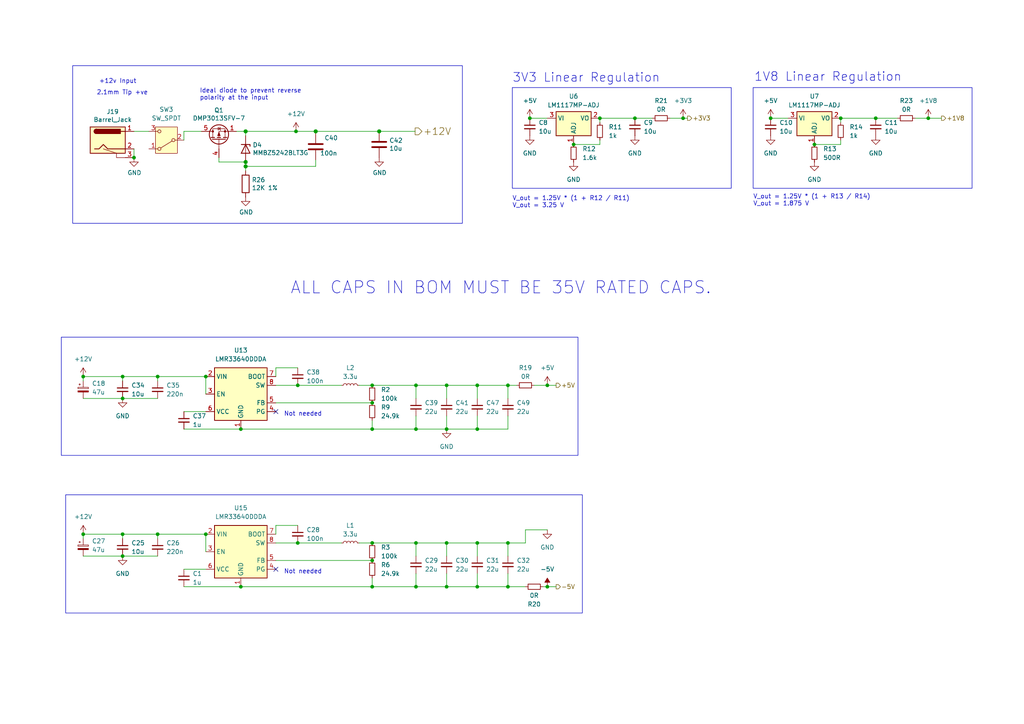
<source format=kicad_sch>
(kicad_sch (version 20231120) (generator "eeschema") (generator_version "8.0")
  (paper "A4")
  (title_block (title "Compute Module 4 IO Board - PSUs") (company "© 2020-2022 Raspberry Pi Ltd (formerly Raspberry Pi (Trading) Ltd.)") (comment 1 "www.raspberrypi.com"))
  (lib_symbols
    (symbol "CM4IO:Barrel_Jack"
      (property "Reference" "J" (at 0 5.334 0))
      (property "Value" "Barrel_Jack" (at 0 -5.08 0))
      (symbol "Barrel_Jack_0_1"
        (rectangle (start -5.08 3.81) (end 5.08 -3.81) (stroke (width 0.254)) (fill (type background)))
        (arc (start -3.302 3.175) (mid -3.9342 2.54) (end -3.302 1.905) (stroke (width 0.254)))
        (arc (start -3.302 3.175) (mid -3.9342 2.54) (end -3.302 1.905) (stroke (width 0.254)) (fill (type outline)))
        (polyline (pts (xy 5.08 2.54) (xy 3.81 2.54)) (stroke (width 0.254)))
        (polyline (pts (xy 5.08 -5.08) (xy 2.54 -5.08) (xy 2.54 -3.81) (xy -1.27 -2.54)))
        (polyline (pts (xy -3.81 -2.54) (xy -2.54 -2.54) (xy -1.27 -1.27) (xy 0 -2.54) (xy 2.54 -2.54) (xy 5.08 -2.54)) (stroke (width 0.254)))
        (rectangle (start 3.683 3.175) (end -3.302 1.905) (stroke (width 0.254)) (fill (type outline)))
      )
      (symbol "Barrel_Jack_1_1"
        (pin passive line (at 7.62 2.54 180) (length 2.54) (name "~") (number "1"))
        (pin passive line (at 7.62 -2.54 180) (length 2.54) (name "~") (number "2"))
        (pin passive line (at 7.62 -5.08 180) (length 2.54) (name "~") (number "3"))
      )
    )
    (symbol "Device:C" (pin_numbers hide) (pin_names (offset 0.254))
      (property "Reference" "C" (at 0.635 2.54 0))
      (property "Value" "C" (at 0.635 -2.54 0))
      (symbol "C_0_1"
        (polyline (pts (xy -2.032 -0.762) (xy 2.032 -0.762)) (stroke (width 0.508)))
        (polyline (pts (xy -2.032 0.762) (xy 2.032 0.762)) (stroke (width 0.508)))
      )
      (symbol "C_1_1"
        (pin passive line (at 0 3.81 270) (length 2.794) (name "~") (number "1"))
        (pin passive line (at 0 -3.81 90) (length 2.794) (name "~") (number "2"))
      )
    )
    (symbol "Device:C_Polarized_Small" (pin_numbers hide) (pin_names (offset 0.254) hide)
      (property "Reference" "C" (at 0.254 1.778 0))
      (property "Value" "C_Polarized_Small" (at 0.254 -2.032 0))
      (symbol "C_Polarized_Small_0_1"
        (rectangle (start -1.524 -0.3048) (end 1.524 -0.6858) (fill (type outline)))
        (rectangle (start -1.524 0.6858) (end 1.524 0.3048))
        (polyline (pts (xy -1.27 1.524) (xy -0.762 1.524)))
        (polyline (pts (xy -1.016 1.27) (xy -1.016 1.778)))
      )
      (symbol "C_Polarized_Small_1_1"
        (pin passive line (at 0 2.54 270) (length 1.8542) (name "~") (number "1"))
        (pin passive line (at 0 -2.54 90) (length 1.8542) (name "~") (number "2"))
      )
    )
    (symbol "Device:C_Small" (pin_numbers hide) (pin_names (offset 0.254) hide)
      (property "Reference" "C" (at 0.254 1.778 0))
      (property "Value" "C_Small" (at 0.254 -2.032 0))
      (symbol "C_Small_0_1"
        (polyline (pts (xy -1.524 -0.508) (xy 1.524 -0.508)) (stroke (width 0.3302)))
        (polyline (pts (xy -1.524 0.508) (xy 1.524 0.508)) (stroke (width 0.3048)))
      )
      (symbol "C_Small_1_1"
        (pin passive line (at 0 2.54 270) (length 2.032) (name "~") (number "1"))
        (pin passive line (at 0 -2.54 90) (length 2.032) (name "~") (number "2"))
      )
    )
    (symbol "Device:L_Small" (pin_numbers hide) (pin_names (offset 0.254) hide)
      (property "Reference" "L" (at 0.762 1.016 0))
      (property "Value" "L_Small" (at 0.762 -1.016 0))
      (symbol "L_Small_0_1"
        (arc (start 0 -2.032) (mid 0.5058 -1.524) (end 0 -1.016))
        (arc (start 0 -1.016) (mid 0.5058 -0.508) (end 0 0))
        (arc (start 0 0) (mid 0.5058 0.508) (end 0 1.016))
        (arc (start 0 1.016) (mid 0.5058 1.524) (end 0 2.032))
      )
      (symbol "L_Small_1_1"
        (pin passive line (at 0 2.54 270) (length 0.508) (name "~") (number "1"))
        (pin passive line (at 0 -2.54 90) (length 0.508) (name "~") (number "2"))
      )
    )
    (symbol "Device:R" (pin_numbers hide) (pin_names (offset 0))
      (property "Reference" "R" (at 2.032 0 90))
      (property "Value" "R" (at 0 0 90))
      (symbol "R_0_1"
        (rectangle (start -1.016 -2.54) (end 1.016 2.54) (stroke (width 0.254)))
      )
      (symbol "R_1_1"
        (pin passive line (at 0 3.81 270) (length 1.27) (name "~") (number "1"))
        (pin passive line (at 0 -3.81 90) (length 1.27) (name "~") (number "2"))
      )
    )
    (symbol "Device:R_Small" (pin_numbers hide) (pin_names (offset 0.254) hide)
      (property "Reference" "R" (at 0.762 0.508 0))
      (property "Value" "R_Small" (at 0.762 -1.016 0))
      (symbol "R_Small_0_1"
        (rectangle (start -0.762 1.778) (end 0.762 -1.778) (stroke (width 0.2032)))
      )
      (symbol "R_Small_1_1"
        (pin passive line (at 0 2.54 270) (length 0.762) (name "~") (number "1"))
        (pin passive line (at 0 -2.54 90) (length 0.762) (name "~") (number "2"))
      )
    )
    (symbol "Diode:BZX84Cxx" (pin_numbers hide) (pin_names hide)
      (property "Reference" "D" (at 0 3.81 0))
      (property "Value" "BZX84Cxx" (at 0 -3.81 0))
      (symbol "BZX84Cxx_0_1"
        (polyline (pts (xy 1.27 0) (xy -1.27 0)))
        (polyline (pts (xy -1.27 -1.27) (xy -1.27 1.27) (xy -0.762 1.27)) (stroke (width 0.254)))
        (polyline (pts (xy 1.27 -1.27) (xy 1.27 1.27) (xy -1.27 0) (xy 1.27 -1.27)) (stroke (width 0.254)))
      )
      (symbol "BZX84Cxx_1_1"
        (pin passive line (at 3.81 0 180) (length 2.54) (name "A") (number "1"))
        (pin no_connect line (at 1.27 0 180) (length 2.54) hide (name "NC") (number "2"))
        (pin passive line (at -3.81 0 0) (length 2.54) (name "K") (number "3"))
      )
    )
    (symbol "Regulator_Linear:LM1117MP-ADJ"
      (property "Reference" "U" (at -3.81 3.175 0))
      (property "Value" "LM1117MP-ADJ" (at 0 3.175 0))
      (symbol "LM1117MP-ADJ_0_1"
        (rectangle (start -5.08 -5.08) (end 5.08 1.905) (stroke (width 0.254)) (fill (type background)))
      )
      (symbol "LM1117MP-ADJ_1_1"
        (pin input line (at 0 -7.62 90) (length 2.54) (name "ADJ") (number "1"))
        (pin power_out line (at 7.62 0 180) (length 2.54) (name "VO") (number "2"))
        (pin power_in line (at -7.62 0 0) (length 2.54) (name "VI") (number "3"))
      )
    )
    (symbol "Regulator_Switching:LMR33640DDDA"
      (property "Reference" "U" (at 0 11.43 0))
      (property "Value" "LMR33640DDDA" (at 0 8.89 0))
      (symbol "LMR33640DDDA_0_1"
        (rectangle (start -7.62 7.62) (end 7.62 -7.62) (stroke (width 0.254)) (fill (type background)))
      )
      (symbol "LMR33640DDDA_1_1"
        (pin power_in line (at 0 -10.16 90) (length 2.54) (name "GND") (number "1"))
        (pin power_in line (at -10.16 5.08 0) (length 2.54) (name "VIN") (number "2"))
        (pin input line (at -10.16 0 0) (length 2.54) (name "EN") (number "3"))
        (pin open_collector line (at 10.16 -5.08 180) (length 2.54) (name "PG") (number "4"))
        (pin input line (at 10.16 -2.54 180) (length 2.54) (name "FB") (number "5"))
        (pin power_out line (at -10.16 -5.08 0) (length 2.54) (name "VCC") (number "6"))
        (pin input line (at 10.16 5.08 180) (length 2.54) (name "BOOT") (number "7"))
        (pin output line (at 10.16 2.54 180) (length 2.54) (name "SW") (number "8"))
        (pin passive line (at 0 -10.16 90) (length 2.54) hide (name "GND") (number "9"))
      )
    )
    (symbol "Switch:SW_SPDT" (pin_names (offset 0) hide)
      (property "Reference" "SW" (at 0 5.08 0))
      (property "Value" "SW_SPDT" (at 0 -5.08 0))
      (symbol "SW_SPDT_0_1"
        (circle (center -2.032 0) (radius 0.4572))
        (polyline (pts (xy -1.651 0.254) (xy 1.651 2.286)))
        (circle (center 2.032 -2.54) (radius 0.4572))
        (circle (center 2.032 2.54) (radius 0.4572))
      )
      (symbol "SW_SPDT_1_1"
        (rectangle (start -3.175 3.81) (end 3.175 -3.81) (fill (type background)))
        (pin passive line (at 5.08 2.54 180) (length 2.54) (name "A") (number "1"))
        (pin passive line (at -5.08 0 0) (length 2.54) (name "B") (number "2"))
        (pin passive line (at 5.08 -2.54 180) (length 2.54) (name "C") (number "3"))
      )
    )
    (symbol "Transistor_FET:DMP3013SFV" (pin_names hide)
      (property "Reference" "Q" (at 5.08 1.905 0))
      (property "Value" "DMP3013SFV" (at 5.08 0 0))
      (symbol "DMP3013SFV_0_1"
        (polyline (pts (xy 0.254 0) (xy -2.54 0)))
        (polyline (pts (xy 0.254 1.905) (xy 0.254 -1.905)) (stroke (width 0.254)))
        (polyline (pts (xy 0.762 -1.27) (xy 0.762 -2.286)) (stroke (width 0.254)))
        (polyline (pts (xy 0.762 0.508) (xy 0.762 -0.508)) (stroke (width 0.254)))
        (polyline (pts (xy 0.762 2.286) (xy 0.762 1.27)) (stroke (width 0.254)))
        (polyline (pts (xy 2.54 2.54) (xy 2.54 1.778)))
        (polyline (pts (xy 2.54 -2.54) (xy 2.54 0) (xy 0.762 0)))
        (polyline (pts (xy 0.762 1.778) (xy 3.302 1.778) (xy 3.302 -1.778) (xy 0.762 -1.778)))
        (polyline (pts (xy 2.286 0) (xy 1.27 0.381) (xy 1.27 -0.381) (xy 2.286 0)) (fill (type outline)))
        (polyline (pts (xy 2.794 -0.508) (xy 2.921 -0.381) (xy 3.683 -0.381) (xy 3.81 -0.254)))
        (polyline (pts (xy 3.302 -0.381) (xy 2.921 0.254) (xy 3.683 0.254) (xy 3.302 -0.381)))
        (circle (center 1.651 0) (radius 2.794) (stroke (width 0.254)))
        (circle (center 2.54 -1.778) (radius 0.254) (fill (type outline)))
        (circle (center 2.54 1.778) (radius 0.254) (fill (type outline)))
      )
      (symbol "DMP3013SFV_1_1"
        (pin passive line (at 2.54 -5.08 90) (length 2.54) (name "S") (number "1"))
        (pin passive line (at 2.54 -5.08 90) (length 2.54) hide (name "S") (number "2"))
        (pin passive line (at 2.54 -5.08 90) (length 2.54) hide (name "S") (number "3"))
        (pin passive line (at -5.08 0 0) (length 2.54) (name "G") (number "4"))
        (pin passive line (at 2.54 5.08 270) (length 2.54) (name "D") (number "5"))
      )
    )
    (symbol "power:+12V" (power) (pin_numbers hide) (pin_names (offset 0) hide)
      (property "Value" "+12V" (at 0 3.556 0))
      (symbol "+12V_0_1"
        (polyline (pts (xy -0.762 1.27) (xy 0 2.54)))
        (polyline (pts (xy 0 0) (xy 0 2.54)))
        (polyline (pts (xy 0 2.54) (xy 0.762 1.27)))
      )
      (symbol "+12V_1_1"
        (pin power_in line (at 0 0 90) (length 0) (name "~") (number "1"))
      )
    )
    (symbol "power:+1V8" (power) (pin_numbers hide) (pin_names (offset 0) hide)
      (property "Value" "+1V8" (at 0 3.556 0))
      (symbol "+1V8_0_1"
        (polyline (pts (xy -0.762 1.27) (xy 0 2.54)))
        (polyline (pts (xy 0 0) (xy 0 2.54)))
        (polyline (pts (xy 0 2.54) (xy 0.762 1.27)))
      )
      (symbol "+1V8_1_1"
        (pin power_in line (at 0 0 90) (length 0) (name "~") (number "1"))
      )
    )
    (symbol "power:+3V3" (power) (pin_numbers hide) (pin_names (offset 0) hide)
      (property "Value" "+3V3" (at 0 3.556 0))
      (symbol "+3V3_0_1"
        (polyline (pts (xy -0.762 1.27) (xy 0 2.54)))
        (polyline (pts (xy 0 0) (xy 0 2.54)))
        (polyline (pts (xy 0 2.54) (xy 0.762 1.27)))
      )
      (symbol "+3V3_1_1"
        (pin power_in line (at 0 0 90) (length 0) (name "~") (number "1"))
      )
    )
    (symbol "power:+5V" (power) (pin_numbers hide) (pin_names (offset 0) hide)
      (property "Value" "+5V" (at 0 3.556 0))
      (symbol "+5V_0_1"
        (polyline (pts (xy -0.762 1.27) (xy 0 2.54)))
        (polyline (pts (xy 0 0) (xy 0 2.54)))
        (polyline (pts (xy 0 2.54) (xy 0.762 1.27)))
      )
      (symbol "+5V_1_1"
        (pin power_in line (at 0 0 90) (length 0) (name "~") (number "1"))
      )
    )
    (symbol "power:-5V" (power) (pin_numbers hide) (pin_names (offset 0) hide)
      (property "Value" "-5V" (at 0 3.556 0))
      (symbol "-5V_0_0"
        (pin power_in line (at 0 0 90) (length 0) (name "~") (number "1"))
      )
      (symbol "-5V_0_1"
        (polyline (pts (xy 0 0) (xy 0 1.27) (xy 0.762 1.27) (xy 0 2.54) (xy -0.762 1.27) (xy 0 1.27)) (fill (type outline)))
      )
    )
    (symbol "power:GND" (power) (pin_numbers hide) (pin_names (offset 0) hide)
      (property "Value" "GND" (at 0 -3.81 0))
      (symbol "GND_0_1"
        (polyline (pts (xy 0 0) (xy 0 -1.27) (xy 1.27 -1.27) (xy 0 -2.54) (xy -1.27 -1.27) (xy 0 -1.27)))
      )
      (symbol "GND_1_1"
        (pin power_in line (at 0 0 270) (length 0) (name "~") (number "1"))
      )
    )
  )
  (junction (at 59.69 109.22))
  (junction (at 35.56 154.94))
  (junction (at 166.37 41.91))
  (junction (at 120.65 124.46))
  (junction (at 35.56 161.29))
  (junction (at 120.65 157.48))
  (junction (at 91.567 38.1) (diameter 1.016))
  (junction (at 138.43 157.48))
  (junction (at 254 34.29))
  (junction (at 71.247 46.99) (diameter 1.016))
  (junction (at 109.982 38.1) (diameter 1.016))
  (junction (at 184.15 34.29))
  (junction (at 45.72 109.22))
  (junction (at 71.247 38.1) (diameter 1.016))
  (junction (at 24.13 109.22))
  (junction (at 223.52 34.29))
  (junction (at 173.99 34.29))
  (junction (at 138.43 170.18))
  (junction (at 69.85 170.18))
  (junction (at 138.43 111.76))
  (junction (at 138.43 124.46))
  (junction (at 107.95 116.84))
  (junction (at 198.12 34.29))
  (junction (at 107.95 162.56))
  (junction (at 129.54 124.46))
  (junction (at 35.56 115.57))
  (junction (at 86.36 157.48))
  (junction (at 147.32 111.76))
  (junction (at 38.862 45.72))
  (junction (at 120.65 170.18))
  (junction (at 107.95 111.76))
  (junction (at 129.54 111.76))
  (junction (at 107.95 157.48))
  (junction (at 107.95 170.18))
  (junction (at 153.67 34.29))
  (junction (at 236.22 41.91))
  (junction (at 243.84 34.29))
  (junction (at 107.95 124.46))
  (junction (at 69.85 124.46))
  (junction (at 85.852 38.1))
  (junction (at 158.75 170.18))
  (junction (at 59.69 154.94))
  (junction (at 45.72 154.94))
  (junction (at 24.13 154.94))
  (junction (at 86.36 111.76))
  (junction (at 158.75 111.76))
  (junction (at 269.24 34.29))
  (junction (at 129.54 170.18))
  (junction (at 129.54 157.48))
  (junction (at 71.247 48.26) (diameter 1.016))
  (junction (at 147.32 157.48))
  (junction (at 120.65 111.76))
  (junction (at 35.56 109.22))
  (junction (at 147.32 170.18))
  (no_connect (at 80.01 119.38))
  (no_connect (at 80.01 165.1))
  (wire (pts (xy 138.43 124.46) (xy 147.32 124.46)))
  (wire (pts (xy 120.65 166.37) (xy 120.65 170.18)))
  (wire (pts (xy 154.94 111.76) (xy 158.75 111.76)))
  (wire (pts (xy 243.84 35.56) (xy 243.84 34.29)))
  (wire (pts (xy 35.56 109.22) (xy 45.72 109.22)))
  (wire (pts (xy 86.36 111.76) (xy 99.06 111.76)))
  (wire (pts (xy 120.65 157.48) (xy 107.95 157.48)))
  (wire (pts (xy 120.65 170.18) (xy 129.54 170.18)))
  (wire (pts (xy 129.54 157.48) (xy 120.65 157.48)))
  (wire (pts (xy 147.32 120.65) (xy 147.32 124.46)))
  (wire (pts (xy 184.15 34.29) (xy 189.23 34.29)))
  (wire (pts (xy 129.54 120.65) (xy 129.54 124.46)))
  (wire (pts (xy 80.01 152.4) (xy 86.36 152.4)))
  (wire (pts (xy 138.43 111.76) (xy 129.54 111.76)))
  (wire (pts (xy 71.247 38.1) (xy 85.852 38.1)))
  (wire (pts (xy 120.65 124.46) (xy 129.54 124.46)))
  (wire (pts (xy 80.01 162.56) (xy 107.95 162.56)))
  (wire (pts (xy 129.54 157.48) (xy 129.54 161.29)))
  (wire (pts (xy 85.852 38.1) (xy 91.567 38.1)))
  (wire (pts (xy 158.75 170.18) (xy 161.29 170.18)))
  (wire (pts (xy 53.34 165.1) (xy 59.69 165.1)))
  (wire (pts (xy 24.13 109.22) (xy 35.56 109.22)))
  (wire (pts (xy 194.31 34.29) (xy 198.12 34.29)))
  (wire (pts (xy 45.72 109.22) (xy 59.69 109.22)))
  (wire (pts (xy 104.14 111.76) (xy 107.95 111.76)))
  (wire (pts (xy 59.69 154.94) (xy 59.69 160.02)))
  (wire (pts (xy 24.13 110.49) (xy 24.13 109.22)))
  (wire (pts (xy 109.982 38.1) (xy 120.396 38.1)))
  (wire (pts (xy 59.69 109.22) (xy 59.69 114.3)))
  (wire (pts (xy 152.4 157.48) (xy 147.32 157.48)))
  (wire (pts (xy 53.34 38.1) (xy 58.42 38.1)))
  (wire (pts (xy 107.95 170.18) (xy 120.65 170.18)))
  (wire (pts (xy 120.65 111.76) (xy 107.95 111.76)))
  (wire (pts (xy 91.567 38.1) (xy 109.982 38.1)))
  (wire (pts (xy 158.75 111.76) (xy 161.29 111.76)))
  (wire (pts (xy 152.4 153.67) (xy 152.4 157.48)))
  (wire (pts (xy 173.99 41.91) (xy 166.37 41.91)))
  (wire (pts (xy 269.24 34.29) (xy 273.05 34.29)))
  (wire (pts (xy 53.34 170.18) (xy 69.85 170.18)))
  (wire (pts (xy 138.43 111.76) (xy 138.43 115.57)))
  (wire (pts (xy 157.48 170.18) (xy 158.75 170.18)))
  (wire (pts (xy 53.34 119.38) (xy 59.69 119.38)))
  (wire (pts (xy 129.54 111.76) (xy 129.54 115.57)))
  (wire (pts (xy 24.13 161.29) (xy 35.56 161.29)))
  (wire (pts (xy 71.247 48.26) (xy 91.567 48.26)))
  (wire (pts (xy 45.72 154.94) (xy 45.72 156.21)))
  (wire (pts (xy 184.15 34.29) (xy 173.99 34.29)))
  (wire (pts (xy 120.65 111.76) (xy 120.65 115.57)))
  (wire (pts (xy 129.54 124.46) (xy 138.43 124.46)))
  (wire (pts (xy 147.32 166.37) (xy 147.32 170.18)))
  (wire (pts (xy 35.56 154.94) (xy 35.56 156.21)))
  (wire (pts (xy 129.54 170.18) (xy 138.43 170.18)))
  (wire (pts (xy 254 34.29) (xy 260.35 34.29)))
  (wire (pts (xy 138.43 170.18) (xy 147.32 170.18)))
  (wire (pts (xy 71.247 46.99) (xy 71.247 48.26)))
  (wire (pts (xy 80.01 111.76) (xy 86.36 111.76)))
  (wire (pts (xy 24.13 156.21) (xy 24.13 154.94)))
  (wire (pts (xy 63.5 45.72) (xy 63.5 46.99)))
  (wire (pts (xy 38.862 38.1) (xy 43.18 38.1)))
  (wire (pts (xy 138.43 120.65) (xy 138.43 124.46)))
  (wire (pts (xy 138.43 157.48) (xy 138.43 161.29)))
  (wire (pts (xy 68.58 38.1) (xy 71.247 38.1)))
  (wire (pts (xy 80.01 106.68) (xy 86.36 106.68)))
  (wire (pts (xy 147.32 157.48) (xy 138.43 157.48)))
  (wire (pts (xy 104.14 157.48) (xy 107.95 157.48)))
  (wire (pts (xy 91.567 48.26) (xy 91.567 46.355)))
  (wire (pts (xy 120.65 157.48) (xy 120.65 161.29)))
  (wire (pts (xy 35.56 109.22) (xy 35.56 110.49)))
  (wire (pts (xy 223.52 34.29) (xy 228.6 34.29)))
  (wire (pts (xy 80.01 116.84) (xy 107.95 116.84)))
  (wire (pts (xy 243.84 40.64) (xy 243.84 41.91)))
  (wire (pts (xy 147.32 157.48) (xy 147.32 161.29)))
  (wire (pts (xy 152.4 153.67) (xy 158.75 153.67)))
  (wire (pts (xy 35.56 154.94) (xy 45.72 154.94)))
  (wire (pts (xy 38.862 43.18) (xy 38.862 45.72)))
  (wire (pts (xy 35.56 115.57) (xy 45.72 115.57)))
  (wire (pts (xy 107.95 170.18) (xy 107.95 167.64)))
  (wire (pts (xy 198.12 34.29) (xy 199.39 34.29)))
  (wire (pts (xy 147.32 170.18) (xy 152.4 170.18)))
  (wire (pts (xy 265.43 34.29) (xy 269.24 34.29)))
  (wire (pts (xy 91.567 38.1) (xy 91.567 38.735)))
  (wire (pts (xy 129.54 166.37) (xy 129.54 170.18)))
  (wire (pts (xy 80.01 109.22) (xy 80.01 106.68)))
  (wire (pts (xy 71.247 38.1) (xy 71.247 39.37)))
  (wire (pts (xy 45.72 109.22) (xy 45.72 110.49)))
  (wire (pts (xy 69.85 124.46) (xy 107.95 124.46)))
  (wire (pts (xy 147.32 111.76) (xy 147.32 115.57)))
  (wire (pts (xy 35.56 161.29) (xy 45.72 161.29)))
  (wire (pts (xy 80.01 157.48) (xy 86.36 157.48)))
  (wire (pts (xy 71.247 48.26) (xy 71.247 49.53)))
  (wire (pts (xy 254 34.29) (xy 243.84 34.29)))
  (wire (pts (xy 147.32 111.76) (xy 149.86 111.76)))
  (wire (pts (xy 107.95 124.46) (xy 107.95 121.92)))
  (wire (pts (xy 80.01 154.94) (xy 80.01 152.4)))
  (wire (pts (xy 173.99 40.64) (xy 173.99 41.91)))
  (wire (pts (xy 53.34 38.1) (xy 53.34 40.64)))
  (wire (pts (xy 24.13 154.94) (xy 35.56 154.94)))
  (wire (pts (xy 63.5 46.99) (xy 71.247 46.99)))
  (wire (pts (xy 129.54 111.76) (xy 120.65 111.76)))
  (wire (pts (xy 153.67 34.29) (xy 158.75 34.29)))
  (wire (pts (xy 53.34 124.46) (xy 69.85 124.46)))
  (wire (pts (xy 147.32 111.76) (xy 138.43 111.76)))
  (wire (pts (xy 138.43 166.37) (xy 138.43 170.18)))
  (wire (pts (xy 120.65 120.65) (xy 120.65 124.46)))
  (wire (pts (xy 107.95 124.46) (xy 120.65 124.46)))
  (wire (pts (xy 24.13 115.57) (xy 35.56 115.57)))
  (wire (pts (xy 69.85 170.18) (xy 107.95 170.18)))
  (wire (pts (xy 86.36 157.48) (xy 99.06 157.48)))
  (wire (pts (xy 243.84 41.91) (xy 236.22 41.91)))
  (wire (pts (xy 173.99 35.56) (xy 173.99 34.29)))
  (wire (pts (xy 45.72 154.94) (xy 59.69 154.94)))
  (wire (pts (xy 138.43 157.48) (xy 129.54 157.48)))
  (rectangle (start 21.082 19.05) (end 134.112 64.77))
  (rectangle (start 19.05 143.51) (end 168.91 177.8))
  (rectangle (start 218.44 25.4) (end 281.94 54.61))
  (rectangle (start 17.78 97.79) (end 167.64 132.08))
  (rectangle (start 148.59 25.4) (end 212.09 54.61))
  (text "Not needed\n" (at 87.884 165.862 0) (effects (font (size 1.27 1.27))))
  (text "V_out = 1.25V * (1 + R12 / R11)\nV_out = 3.25 V" (at 148.59 56.896 0) (effects (font (size 1.27 1.27)) (justify left top)))
  (text "+12v Input" (at 28.702 24.384 0) (effects (font (size 1.27 1.27)) (justify left bottom)))
  (text "V_out = 1.25V * (1 + R13 / R14)\nV_out = 1.875 V" (at 218.44 56.388 0) (effects (font (size 1.27 1.27)) (justify left top)))
  (text "1V8 Linear Regulation" (at 218.694 23.876 0) (effects (font (size 2.54 2.54)) (justify left bottom)))
  (text "3V3 Linear Regulation" (at 148.59 24.13 0) (effects (font (size 2.54 2.54)) (justify left bottom)))
  (text "2.1mm Tip +ve" (at 42.926 27.686 0) (effects (font (size 1.27 1.27)) (justify right bottom)))
  (text "ALL CAPS IN BOM MUST BE 35V RATED CAPS." (at 145.288 83.566 0) (effects (font (size 3.54 3.54))))
  (text "Not needed\n" (at 87.884 120.142 0) (effects (font (size 1.27 1.27))))
  (text "Ideal diode to prevent reverse\npolarity at the input" (at 57.912 29.21 0) (effects (font (size 1.27 1.27)) (justify left bottom)))
  (hierarchical_label "+1V8" (shape output) (at 273.05 34.29 0))
  (hierarchical_label "+3V3" (shape output) (at 199.39 34.29 0))
  (hierarchical_label "+12V" (shape output) (at 120.396 38.1 0) (effects (font (size 2.0066 2.0066))))
  (hierarchical_label "-5V" (shape output) (at 161.29 170.18 0))
  (hierarchical_label "+5V" (shape output) (at 161.29 111.76 0))
  (symbol (lib_id "power:GND") (at 109.982 45.72 0) (unit 1)
    (property "Reference" "#PWR043" (effects (hide yes)))
    (property "Value" "GND" (at 110.109 50.1142 0))
    (property "Description" "Power symbol creates a global label with name \"GND\" , ground" (effects (hide yes)))
  )
  (symbol (lib_id "power:GND") (at 38.862 45.72 0) (unit 1)
    (property "Reference" "#PWR041" (effects (hide yes)))
    (property "Value" "GND" (at 38.989 50.1142 0))
    (property "Description" "Power symbol creates a global label with name \"GND\" , ground" (effects (hide yes)))
  )
  (symbol (lib_id "power:GND") (at 71.247 57.15 0) (unit 1)
    (property "Reference" "#PWR042" (effects (hide yes)))
    (property "Value" "GND" (at 71.374 61.5442 0))
    (property "Description" "Power symbol creates a global label with name \"GND\" , ground" (effects (hide yes)))
  )
  (symbol (lib_id "CM4IO:Barrel_Jack") (at 31.242 40.64 0) (unit 1)
    (property "Reference" "J19" (at 32.6898 32.385 0))
    (property "Value" "Barrel_Jack" (at 32.6898 34.6964 0))
    (property "Footprint" "Connector_BarrelJack:BarrelJack_Horizontal" (effects (hide yes)))
    (property "Datasheet" "https://www.toby.co.uk/uploads/publications/842.pdf" (effects (hide yes)))
    (property "Field4" "Toby" (effects (hide yes)))
    (property "Field5" "DC-001-A-2.1mm-R" (effects (hide yes)))
    (property "Part Description" "DC Power Connectors PCB 2.1MM" (effects (hide yes)))
    (property "Field6" "DC-001-A-2.1mm-R" (effects (hide yes)))
    (property "Field7" "Valcon" (effects (hide yes)))
  )
  (symbol (lib_id "Diode:BZX84Cxx") (at 71.247 43.18 270) (unit 1)
    (property "Reference" "D4" (at 73.279 42.037 90) (effects (justify left)))
    (property "Value" "MMBZ5242BLT3G" (at 73.279 44.323 90) (effects (justify left)))
    (property "Footprint" "Package_TO_SOT_SMD:SOT-23" (effects (hide yes)))
    (property "Datasheet" "https://diotec.com/tl_files/diotec/files/pdf/datasheets/bzx84c2v4.pdf" (effects (hide yes)))
    (property "Description" "300mW Zener Diode, SOT-23" (effects (hide yes)))
    (property "Field4" "Digikey" (effects (hide yes)))
    (property "Field5" "	MMBZ5242BLT3GOSCT-ND" (effects (hide yes)))
    (property "Field6" "MMBZ5242BLT3G" (effects (hide yes)))
    (property "Field7" "Onsemi" (effects (hide yes)))
    (property "Part Description" "	Zener Diode 12V 225mW 5% Surface Mount SOT-23-3 (TO-236)" (effects (hide yes)))
  )
  (symbol (lib_id "Device:R") (at 71.247 53.34 0) (unit 1)
    (property "Reference" "R26" (at 73.025 52.1716 0) (effects (justify left)))
    (property "Value" "12K 1%" (at 73.025 54.483 0) (effects (justify left)))
    (property "Footprint" "Resistor_SMD:R_0402_1005Metric" (effects (hide yes)))
    (property "Description" "Resistor" (effects (hide yes)))
    (property "Field4" "Farnell" (effects (hide yes)))
    (property "Field5" "9239367" (effects (hide yes)))
    (property "Field7" "Rohm" (effects (hide yes)))
    (property "Field6" "MCR01MZPF1202" (effects (hide yes)))
    (property "Part Description" "Resistor 12K M1005 1% 63mW" (effects (hide yes)))
  )
  (symbol (lib_id "Device:C") (at 91.567 42.545 0) (unit 1)
    (property "Reference" "C40" (at 94.107 40.005 0) (effects (justify left)))
    (property "Value" "100n" (at 92.837 44.45 0) (effects (justify left)))
    (property "Footprint" "Capacitor_SMD:C_0402_1005Metric" (effects (hide yes)))
    (property "Description" "Unpolarized capacitor" (effects (hide yes)))
    (property "Field4" "Farnell" (effects (hide yes)))
    (property "Field5" "2611911" (effects (hide yes)))
    (property "Field6" "RM EMK105 B7104KV-F" (effects (hide yes)))
    (property "Field7" "TAIYO YUDEN EUROPE GMBH" (effects (hide yes)))
    (property "Part Description" "	0.1uF 10% 16V Ceramic Capacitor X7R 0402 (1005 Metric)" (effects (hide yes)))
    (property "Field8" "110091611" (effects (hide yes)))
  )
  (symbol (lib_id "Transistor_FET:DMP3013SFV") (at 63.5 40.64 90) (unit 1)
    (property "Reference" "Q1" (at 63.5 31.9786 90))
    (property "Value" "DMP3013SFV-7" (at 63.5 34.29 90))
    (property "Footprint" "Package_SON:Diodes_PowerDI3333-8" (effects (hide yes)))
    (property "Datasheet" "https://www.diodes.com/assets/Datasheets/DMP3013SFV.pdf" (effects (hide yes)))
    (property "Description" "-12A Id, -30V Vds, P-Channel Power MOSFET, 9.5mOhm Ron, 33.7nC Qg (typ), PowerDI3333-8" (effects (hide yes)))
    (property "Field4" "Farnell" (effects (hide yes)))
    (property "Field5" "3405192" (effects (hide yes)))
    (property "Field6" "DMP3013SFV-7" (effects (hide yes)))
    (property "Field7" "Diodes" (effects (hide yes)))
    (property "Part Description" "DMP3013SFV-7 -  Power MOSFET, P Channel, 30 V, 12 A, 0.008 ohm, PowerDI3333, Surface Mount" (effects (hide yes)))
  )
  (symbol (lib_id "Device:C") (at 109.982 41.91 0) (unit 1)
    (property "Reference" "C42" (at 112.903 40.7416 0) (effects (justify left)))
    (property "Value" "10u" (at 112.903 43.053 0) (effects (justify left)))
    (property "Footprint" "Capacitor_SMD:C_0805_2012Metric" (effects (hide yes)))
    (property "Description" "Unpolarized capacitor" (effects (hide yes)))
    (property "Field5" "490-10505-1-ND" (effects (hide yes)))
    (property "Field4" "Digikey" (effects (hide yes)))
    (property "Field6" "GRM21BC8YA106KE11L " (effects (hide yes)))
    (property "Field7" "Murata" (effects (hide yes)))
    (property "Part Description" "	10uF 10% or 20% 35V Ceramic Capacitor X6S 0805 (2012 Metric)" (effects (hide yes)))
  )
  (symbol (lib_id "Device:C_Small") (at 45.72 113.03 0) (unit 1)
    (property "Reference" "C35" (at 48.26 111.7662 0) (effects (justify left)))
    (property "Value" "220n" (at 48.26 114.3062 0) (effects (justify left)))
    (property "Footprint" "Capacitor_SMD:C_0402_1005Metric" (effects (hide yes)))
    (property "Description" "Unpolarized capacitor, small symbol" (effects (hide yes)))
  )
  (symbol (lib_id "Regulator_Switching:LMR33640DDDA") (at 69.85 160.02 0) (unit 1)
    (property "Reference" "U15" (at 69.85 147.32 0))
    (property "Value" "LMR33640DDDA" (at 69.85 149.86 0))
    (property "Footprint" "Package_SO:Texas_HSOP-8-1EP_3.9x4.9mm_P1.27mm_ThermalVias" (effects (hide yes)))
    (property "Datasheet" "http://www.ti.com/lit/ds/symlink/lmr33640.pdf" (effects (hide yes)))
    (property "Description" "Simple Switcher Synchronous Buck Regulator, Vin=3.8-36V, Iout=4A, F=1000kHz, Adjustable output voltage, HSOP-8" (effects (hide yes)))
  )
  (symbol (lib_id "Device:C_Small") (at 35.56 158.75 0) (unit 1)
    (property "Reference" "C25" (at 38.1 157.4862 0) (effects (justify left)))
    (property "Value" "10u" (at 38.1 160.0262 0) (effects (justify left)))
    (property "Footprint" "Capacitor_SMD:C_0805_2012Metric" (effects (hide yes)))
    (property "Description" "Unpolarized capacitor, small symbol" (effects (hide yes)))
  )
  (symbol (lib_id "Device:R_Small") (at 154.94 170.18 90) (mirror x) (unit 1)
    (property "Reference" "R20" (at 154.94 175.26 90))
    (property "Value" "0R" (at 154.94 172.72 90))
    (property "Footprint" "Resistor_SMD:R_0402_1005Metric" (effects (hide yes)))
    (property "Description" "Resistor, small symbol" (effects (hide yes)))
  )
  (symbol (lib_id "Device:R_Small") (at 236.22 44.45 0) (unit 1)
    (property "Reference" "R13" (at 238.76 43.1799 0) (effects (justify left)))
    (property "Value" "500R" (at 238.76 45.7199 0) (effects (justify left)))
    (property "Footprint" "Resistor_SMD:R_0402_1005Metric" (effects (hide yes)))
    (property "Description" "Resistor, small symbol" (effects (hide yes)))
  )
  (symbol (lib_id "Device:C_Small") (at 129.54 118.11 0) (unit 1)
    (property "Reference" "C41" (at 132.08 116.8462 0) (effects (justify left)))
    (property "Value" "22u" (at 132.08 119.3862 0) (effects (justify left)))
    (property "Footprint" "Capacitor_SMD:C_0805_2012Metric" (effects (hide yes)))
    (property "Description" "Unpolarized capacitor, small symbol" (effects (hide yes)))
  )
  (symbol (lib_id "Device:C_Small") (at 147.32 118.11 0) (unit 1)
    (property "Reference" "C49" (at 149.86 116.8462 0) (effects (justify left)))
    (property "Value" "22u" (at 149.86 119.3862 0) (effects (justify left)))
    (property "Footprint" "Capacitor_SMD:C_0805_2012Metric" (effects (hide yes)))
    (property "Description" "Unpolarized capacitor, small symbol" (effects (hide yes)))
  )
  (symbol (lib_id "Device:C_Small") (at 153.67 36.83 0) (unit 1)
    (property "Reference" "C8" (at 156.21 35.5662 0) (effects (justify left)))
    (property "Value" "10u" (at 156.21 38.1062 0) (effects (justify left)))
    (property "Footprint" "Capacitor_SMD:C_0805_2012Metric" (effects (hide yes)))
    (property "Description" "Unpolarized capacitor, small symbol" (effects (hide yes)))
  )
  (symbol (lib_id "power:GND") (at 153.67 39.37 0) (unit 1)
    (property "Reference" "#PWR062" (effects (hide yes)))
    (property "Value" "GND" (at 153.67 44.45 0))
    (property "Description" "Power symbol creates a global label with name \"GND\" , ground" (effects (hide yes)))
  )
  (symbol (lib_id "Regulator_Linear:LM1117MP-ADJ") (at 236.22 34.29 0) (unit 1)
    (property "Reference" "U7" (at 236.22 27.94 0))
    (property "Value" "LM1117MP-ADJ" (at 236.22 30.48 0))
    (property "Footprint" "Package_TO_SOT_SMD:SOT-223-3_TabPin2" (effects (hide yes)))
    (property "Datasheet" "http://www.ti.com/lit/ds/symlink/lm1117.pdf" (effects (hide yes)))
    (property "Description" "800mA Low-Dropout Linear Regulator, adjustable output, SOT-223" (effects (hide yes)))
  )
  (symbol (lib_id "power:+12V") (at 85.852 38.1 0) (unit 1)
    (property "Reference" "#PWR03" (effects (hide yes)))
    (property "Value" "+12V" (at 85.852 33.02 0))
    (property "Description" "Power symbol creates a global label with name \"+12V\"" (effects (hide yes)))
  )
  (symbol (lib_id "power:GND") (at 158.75 153.67 0) (unit 1)
    (property "Reference" "#PWR056" (effects (hide yes)))
    (property "Value" "GND" (at 158.75 158.75 0))
    (property "Description" "Power symbol creates a global label with name \"GND\" , ground" (effects (hide yes)))
  )
  (symbol (lib_id "power:+5V") (at 223.52 34.29 0) (unit 1)
    (property "Reference" "#PWR072" (effects (hide yes)))
    (property "Value" "+5V" (at 223.52 29.21 0))
    (property "Description" "Power symbol creates a global label with name \"+5V\"" (effects (hide yes)))
  )
  (symbol (lib_id "Device:R_Small") (at 191.77 34.29 90) (unit 1)
    (property "Reference" "R21" (at 191.77 29.21 90))
    (property "Value" "0R" (at 191.77 31.75 90))
    (property "Footprint" "Resistor_SMD:R_0402_1005Metric" (effects (hide yes)))
    (property "Description" "Resistor, small symbol" (effects (hide yes)))
  )
  (symbol (lib_id "Device:C_Small") (at 138.43 163.83 0) (unit 1)
    (property "Reference" "C31" (at 140.97 162.5662 0) (effects (justify left)))
    (property "Value" "22u" (at 140.97 165.1062 0) (effects (justify left)))
    (property "Footprint" "Capacitor_SMD:C_0805_2012Metric" (effects (hide yes)))
    (property "Description" "Unpolarized capacitor, small symbol" (effects (hide yes)))
  )
  (symbol (lib_id "Device:C_Small") (at 120.65 163.83 0) (unit 1)
    (property "Reference" "C29" (at 123.19 162.5662 0) (effects (justify left)))
    (property "Value" "22u" (at 123.19 165.1062 0) (effects (justify left)))
    (property "Footprint" "Capacitor_SMD:C_0805_2012Metric" (effects (hide yes)))
    (property "Description" "Unpolarized capacitor, small symbol" (effects (hide yes)))
  )
  (symbol (lib_id "Device:R_Small") (at 173.99 38.1 0) (unit 1)
    (property "Reference" "R11" (at 176.53 36.8299 0) (effects (justify left)))
    (property "Value" "1k" (at 176.53 39.3699 0) (effects (justify left)))
    (property "Footprint" "Resistor_SMD:R_0402_1005Metric" (effects (hide yes)))
    (property "Description" "Resistor, small symbol" (effects (hide yes)))
  )
  (symbol (lib_id "power:+12V") (at 24.13 154.94 0) (unit 1)
    (property "Reference" "#PWR053" (effects (hide yes)))
    (property "Value" "+12V" (at 24.13 149.86 0))
    (property "Description" "Power symbol creates a global label with name \"+12V\"" (effects (hide yes)))
  )
  (symbol (lib_id "Device:C_Small") (at 45.72 158.75 0) (unit 1)
    (property "Reference" "C26" (at 48.26 157.4862 0) (effects (justify left)))
    (property "Value" "220n" (at 48.26 160.0262 0) (effects (justify left)))
    (property "Footprint" "Capacitor_SMD:C_0402_1005Metric" (effects (hide yes)))
    (property "Description" "Unpolarized capacitor, small symbol" (effects (hide yes)))
  )
  (symbol (lib_id "Device:R_Small") (at 166.37 44.45 0) (unit 1)
    (property "Reference" "R12" (at 168.91 43.1799 0) (effects (justify left)))
    (property "Value" "1.6k" (at 168.91 45.7199 0) (effects (justify left)))
    (property "Footprint" "Resistor_SMD:R_0402_1005Metric" (effects (hide yes)))
    (property "Description" "Resistor, small symbol" (effects (hide yes)))
  )
  (symbol (lib_id "power:-5V") (at 158.75 170.18 0) (unit 1)
    (property "Reference" "#PWR055" (effects (hide yes)))
    (property "Value" "-5V" (at 158.75 165.1 0))
    (property "Description" "Power symbol creates a global label with name \"-5V\"" (effects (hide yes)))
  )
  (symbol (lib_id "Device:L_Small") (at 101.6 111.76 90) (unit 1)
    (property "Reference" "L2" (at 101.6 106.68 90))
    (property "Value" "3.3u" (at 101.6 109.22 90))
    (property "Footprint" "footprints:IND_223NLT_PUL" (effects (hide yes)))
    (property "Description" "Inductor, small symbol" (effects (hide yes)))
  )
  (symbol (lib_id "power:GND") (at 35.56 115.57 0) (unit 1)
    (property "Reference" "#PWR02" (effects (hide yes)))
    (property "Value" "GND" (at 35.56 120.65 0))
    (property "Description" "Power symbol creates a global label with name \"GND\" , ground" (effects (hide yes)))
  )
  (symbol (lib_id "Device:R_Small") (at 107.95 119.38 0) (unit 1)
    (property "Reference" "R9" (at 110.49 118.1099 0) (effects (justify left)))
    (property "Value" "24.9k" (at 110.49 120.6499 0) (effects (justify left)))
    (property "Footprint" "Resistor_SMD:R_0402_1005Metric" (effects (hide yes)))
    (property "Description" "Resistor, small symbol" (effects (hide yes)))
  )
  (symbol (lib_id "Device:C_Small") (at 254 36.83 0) (unit 1)
    (property "Reference" "C11" (at 256.54 35.5662 0) (effects (justify left)))
    (property "Value" "10u" (at 256.54 38.1062 0) (effects (justify left)))
    (property "Footprint" "Capacitor_SMD:C_0805_2012Metric" (effects (hide yes)))
    (property "Description" "Unpolarized capacitor, small symbol" (effects (hide yes)))
  )
  (symbol (lib_id "Device:C_Small") (at 35.56 113.03 0) (unit 1)
    (property "Reference" "C34" (at 38.1 111.7662 0) (effects (justify left)))
    (property "Value" "10u" (at 38.1 114.3062 0) (effects (justify left)))
    (property "Footprint" "Capacitor_SMD:C_0805_2012Metric" (effects (hide yes)))
    (property "Description" "Unpolarized capacitor, small symbol" (effects (hide yes)))
  )
  (symbol (lib_id "Device:C_Small") (at 120.65 118.11 0) (unit 1)
    (property "Reference" "C39" (at 123.19 116.8462 0) (effects (justify left)))
    (property "Value" "22u" (at 123.19 119.3862 0) (effects (justify left)))
    (property "Footprint" "Capacitor_SMD:C_0805_2012Metric" (effects (hide yes)))
    (property "Description" "Unpolarized capacitor, small symbol" (effects (hide yes)))
  )
  (symbol (lib_id "power:GND") (at 223.52 39.37 0) (unit 1)
    (property "Reference" "#PWR073" (effects (hide yes)))
    (property "Value" "GND" (at 223.52 44.45 0))
    (property "Description" "Power symbol creates a global label with name \"GND\" , ground" (effects (hide yes)))
  )
  (symbol (lib_id "Device:R_Small") (at 262.89 34.29 90) (unit 1)
    (property "Reference" "R23" (at 262.89 29.21 90))
    (property "Value" "0R" (at 262.89 31.75 90))
    (property "Footprint" "Resistor_SMD:R_0402_1005Metric" (effects (hide yes)))
    (property "Description" "Resistor, small symbol" (effects (hide yes)))
  )
  (symbol (lib_id "Device:C_Small") (at 86.36 154.94 0) (unit 1)
    (property "Reference" "C28" (at 88.9 153.6762 0) (effects (justify left)))
    (property "Value" "100n" (at 88.9 156.2162 0) (effects (justify left)))
    (property "Footprint" "Capacitor_SMD:C_0402_1005Metric" (effects (hide yes)))
    (property "Description" "Unpolarized capacitor, small symbol" (effects (hide yes)))
  )
  (symbol (lib_id "power:GND") (at 166.37 46.99 0) (unit 1)
    (property "Reference" "#PWR049" (effects (hide yes)))
    (property "Value" "GND" (at 166.37 52.07 0))
    (property "Description" "Power symbol creates a global label with name \"GND\" , ground" (effects (hide yes)))
  )
  (symbol (lib_id "Device:C_Small") (at 53.34 167.64 0) (unit 1)
    (property "Reference" "C1" (at 55.88 166.3762 0) (effects (justify left)))
    (property "Value" "1u" (at 55.88 168.9162 0) (effects (justify left)))
    (property "Footprint" "Capacitor_SMD:C_0402_1005Metric" (effects (hide yes)))
    (property "Description" "Unpolarized capacitor, small symbol" (effects (hide yes)))
  )
  (symbol (lib_id "Device:C_Small") (at 223.52 36.83 0) (unit 1)
    (property "Reference" "C10" (at 226.06 35.5662 0) (effects (justify left)))
    (property "Value" "10u" (at 226.06 38.1062 0) (effects (justify left)))
    (property "Footprint" "Capacitor_SMD:C_0805_2012Metric" (effects (hide yes)))
    (property "Description" "Unpolarized capacitor, small symbol" (effects (hide yes)))
  )
  (symbol (lib_id "power:GND") (at 129.54 124.46 0) (unit 1)
    (property "Reference" "#PWR099" (effects (hide yes)))
    (property "Value" "GND" (at 129.54 129.54 0))
    (property "Description" "Power symbol creates a global label with name \"GND\" , ground" (effects (hide yes)))
  )
  (symbol (lib_id "power:GND") (at 236.22 46.99 0) (unit 1)
    (property "Reference" "#PWR074" (effects (hide yes)))
    (property "Value" "GND" (at 236.22 52.07 0))
    (property "Description" "Power symbol creates a global label with name \"GND\" , ground" (effects (hide yes)))
  )
  (symbol (lib_id "Regulator_Linear:LM1117MP-ADJ") (at 166.37 34.29 0) (unit 1)
    (property "Reference" "U6" (at 166.37 27.94 0))
    (property "Value" "LM1117MP-ADJ" (at 166.37 30.48 0))
    (property "Footprint" "Package_TO_SOT_SMD:SOT-223-3_TabPin2" (effects (hide yes)))
    (property "Datasheet" "http://www.ti.com/lit/ds/symlink/lm1117.pdf" (effects (hide yes)))
    (property "Description" "800mA Low-Dropout Linear Regulator, adjustable output, SOT-223" (effects (hide yes)))
  )
  (symbol (lib_id "Device:C_Small") (at 53.34 121.92 0) (unit 1)
    (property "Reference" "C37" (at 55.88 120.6562 0) (effects (justify left)))
    (property "Value" "1u" (at 55.88 123.1962 0) (effects (justify left)))
    (property "Footprint" "Capacitor_SMD:C_0402_1005Metric" (effects (hide yes)))
    (property "Description" "Unpolarized capacitor, small symbol" (effects (hide yes)))
  )
  (symbol (lib_id "Device:C_Small") (at 184.15 36.83 0) (unit 1)
    (property "Reference" "C9" (at 186.69 35.5662 0) (effects (justify left)))
    (property "Value" "10u" (at 186.69 38.1062 0) (effects (justify left)))
    (property "Footprint" "Capacitor_SMD:C_0805_2012Metric" (effects (hide yes)))
    (property "Description" "Unpolarized capacitor, small symbol" (effects (hide yes)))
  )
  (symbol (lib_id "Device:C_Small") (at 129.54 163.83 0) (unit 1)
    (property "Reference" "C30" (at 132.08 162.5662 0) (effects (justify left)))
    (property "Value" "22u" (at 132.08 165.1062 0) (effects (justify left)))
    (property "Footprint" "Capacitor_SMD:C_0805_2012Metric" (effects (hide yes)))
    (property "Description" "Unpolarized capacitor, small symbol" (effects (hide yes)))
  )
  (symbol (lib_id "Device:R_Small") (at 107.95 160.02 0) (unit 1)
    (property "Reference" "R3" (at 110.49 158.7499 0) (effects (justify left)))
    (property "Value" "100k" (at 110.49 161.2899 0) (effects (justify left)))
    (property "Footprint" "Resistor_SMD:R_0402_1005Metric" (effects (hide yes)))
    (property "Description" "Resistor, small symbol" (effects (hide yes)))
  )
  (symbol (lib_id "power:GND") (at 254 39.37 0) (unit 1)
    (property "Reference" "#PWR076" (effects (hide yes)))
    (property "Value" "GND" (at 254 44.45 0))
    (property "Description" "Power symbol creates a global label with name \"GND\" , ground" (effects (hide yes)))
  )
  (symbol (lib_id "Device:R_Small") (at 243.84 38.1 0) (unit 1)
    (property "Reference" "R14" (at 246.38 36.8299 0) (effects (justify left)))
    (property "Value" "1k" (at 246.38 39.3699 0) (effects (justify left)))
    (property "Footprint" "Resistor_SMD:R_0402_1005Metric" (effects (hide yes)))
    (property "Description" "Resistor, small symbol" (effects (hide yes)))
  )
  (symbol (lib_id "Device:C_Small") (at 138.43 118.11 0) (unit 1)
    (property "Reference" "C47" (at 140.97 116.8462 0) (effects (justify left)))
    (property "Value" "22u" (at 140.97 119.3862 0) (effects (justify left)))
    (property "Footprint" "Capacitor_SMD:C_0805_2012Metric" (effects (hide yes)))
    (property "Description" "Unpolarized capacitor, small symbol" (effects (hide yes)))
  )
  (symbol (lib_id "Device:L_Small") (at 101.6 157.48 90) (unit 1)
    (property "Reference" "L1" (at 101.6 152.4 90))
    (property "Value" "3.3u" (at 101.6 154.94 90))
    (property "Footprint" "footprints:IND_223NLT_PUL" (effects (hide yes)))
    (property "Description" "Inductor, small symbol" (effects (hide yes)))
    (property "PN" "PA4340.332ANLT" (effects (hide yes)))
  )
  (symbol (lib_id "Device:C_Small") (at 147.32 163.83 0) (unit 1)
    (property "Reference" "C32" (at 149.86 162.5662 0) (effects (justify left)))
    (property "Value" "22u" (at 149.86 165.1062 0) (effects (justify left)))
    (property "Footprint" "Capacitor_SMD:C_0805_2012Metric" (effects (hide yes)))
    (property "Description" "Unpolarized capacitor, small symbol" (effects (hide yes)))
  )
  (symbol (lib_id "Device:C_Polarized_Small") (at 24.13 158.75 0) (unit 1)
    (property "Reference" "C27" (at 26.67 156.9338 0) (effects (justify left)))
    (property "Value" "47u" (at 26.67 159.4738 0) (effects (justify left)))
    (property "Footprint" "Capacitor_SMD:CP_Elec_6.3x7.7" (effects (hide yes)))
    (property "Description" "Polarized capacitor, small symbol" (effects (hide yes)))
    (property "PN" "EEE-HC1E470XP" (effects (hide yes)))
  )
  (symbol (lib_id "Device:C_Polarized_Small") (at 24.13 113.03 0) (unit 1)
    (property "Reference" "C18" (at 26.67 111.2138 0) (effects (justify left)))
    (property "Value" "47u" (at 26.67 113.7538 0) (effects (justify left)))
    (property "Footprint" "Capacitor_SMD:CP_Elec_6.3x7.7" (effects (hide yes)))
    (property "Description" "Polarized capacitor, small symbol" (effects (hide yes)))
    (property "PN" "EEE-HC1E470XP" (effects (hide yes)))
  )
  (symbol (lib_id "Regulator_Switching:LMR33640DDDA") (at 69.85 114.3 0) (unit 1)
    (property "Reference" "U13" (at 69.85 101.6 0))
    (property "Value" "LMR33640DDDA" (at 69.85 104.14 0))
    (property "Footprint" "Package_SO:Texas_HSOP-8-1EP_3.9x4.9mm_P1.27mm_ThermalVias" (effects (hide yes)))
    (property "Datasheet" "http://www.ti.com/lit/ds/symlink/lmr33640.pdf" (effects (hide yes)))
    (property "Description" "Simple Switcher Synchronous Buck Regulator, Vin=3.8-36V, Iout=4A, F=1000kHz, Adjustable output voltage, HSOP-8" (effects (hide yes)))
  )
  (symbol (lib_id "Device:R_Small") (at 107.95 114.3 0) (unit 1)
    (property "Reference" "R2" (at 110.49 113.0299 0) (effects (justify left)))
    (property "Value" "100k" (at 110.49 115.5699 0) (effects (justify left)))
    (property "Footprint" "Resistor_SMD:R_0402_1005Metric" (effects (hide yes)))
    (property "Description" "Resistor, small symbol" (effects (hide yes)))
  )
  (symbol (lib_id "power:GND") (at 184.15 39.37 0) (unit 1)
    (property "Reference" "#PWR050" (effects (hide yes)))
    (property "Value" "GND" (at 184.15 44.45 0))
    (property "Description" "Power symbol creates a global label with name \"GND\" , ground" (effects (hide yes)))
  )
  (symbol (lib_id "Device:R_Small") (at 107.95 165.1 0) (unit 1)
    (property "Reference" "R6" (at 110.49 163.8299 0) (effects (justify left)))
    (property "Value" "24.9k" (at 110.49 166.3699 0) (effects (justify left)))
    (property "Footprint" "Resistor_SMD:R_0402_1005Metric" (effects (hide yes)))
    (property "Description" "Resistor, small symbol" (effects (hide yes)))
  )
  (symbol (lib_id "power:+5V") (at 153.67 34.29 0) (unit 1)
    (property "Reference" "#PWR065" (effects (hide yes)))
    (property "Value" "+5V" (at 153.67 29.21 0))
    (property "Description" "Power symbol creates a global label with name \"+5V\"" (effects (hide yes)))
  )
  (symbol (lib_id "Switch:SW_SPDT") (at 48.26 40.64 180) (unit 1)
    (property "Reference" "SW3" (at 48.26 31.75 0))
    (property "Value" "SW_SPDT" (at 48.26 34.29 0))
    (property "Footprint" "Button_Switch_THT:SW_E-Switch_EG1224_SPDT_Angled" (effects (hide yes)))
    (property "Description" "Switch, single pole double throw" (effects (hide yes)))
  )
  (symbol (lib_id "Device:C_Small") (at 86.36 109.22 0) (unit 1)
    (property "Reference" "C38" (at 88.9 107.9562 0) (effects (justify left)))
    (property "Value" "100n" (at 88.9 110.4962 0) (effects (justify left)))
    (property "Footprint" "Capacitor_SMD:C_0402_1005Metric" (effects (hide yes)))
    (property "Description" "Unpolarized capacitor, small symbol" (effects (hide yes)))
  )
  (symbol (lib_id "power:+12V") (at 24.13 109.22 0) (unit 1)
    (property "Reference" "#PWR01" (effects (hide yes)))
    (property "Value" "+12V" (at 24.13 104.14 0))
    (property "Description" "Power symbol creates a global label with name \"+12V\"" (effects (hide yes)))
  )
  (symbol (lib_id "power:GND") (at 35.56 161.29 0) (unit 1)
    (property "Reference" "#PWR054" (effects (hide yes)))
    (property "Value" "GND" (at 35.56 166.37 0))
    (property "Description" "Power symbol creates a global label with name \"GND\" , ground" (effects (hide yes)))
  )
  (symbol (lib_id "power:+5V") (at 158.75 111.76 0) (unit 1)
    (property "Reference" "#PWR098" (effects (hide yes)))
    (property "Value" "+5V" (at 158.75 106.68 0))
    (property "Description" "Power symbol creates a global label with name \"+5V\"" (effects (hide yes)))
  )
  (symbol (lib_id "Device:R_Small") (at 152.4 111.76 90) (unit 1)
    (property "Reference" "R19" (at 152.4 106.68 90))
    (property "Value" "0R" (at 152.4 109.22 90))
    (property "Footprint" "Resistor_SMD:R_0402_1005Metric" (effects (hide yes)))
    (property "Description" "Resistor, small symbol" (effects (hide yes)))
  )
  (symbol (lib_id "power:+1V8") (at 269.24 34.29 0) (unit 1)
    (property "Reference" "#PWR075" (effects (hide yes)))
    (property "Value" "+1V8" (at 269.24 29.21 0))
    (property "Description" "Power symbol creates a global label with name \"+1V8\"" (effects (hide yes)))
  )
  (symbol (lib_id "power:+3V3") (at 198.12 34.29 0) (unit 1)
    (property "Reference" "#PWR070" (effects (hide yes)))
    (property "Value" "+3V3" (at 198.12 29.21 0))
    (property "Description" "Power symbol creates a global label with name \"+3V3\"" (effects (hide yes)))
  )
)
</source>
